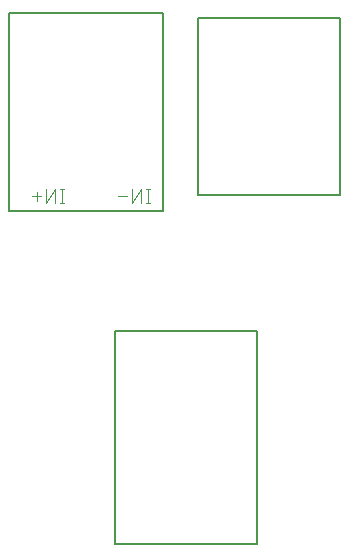
<source format=gbo>
G04 EAGLE Gerber X2 export*
%TF.Part,Single*%
%TF.FileFunction,Legend,Bot,1*%
%TF.FilePolarity,Positive*%
%TF.GenerationSoftware,Autodesk,EAGLE,9.0.1*%
%TF.CreationDate,2018-06-02T06:47:05Z*%
G75*
%MOMM*%
%FSLAX34Y34*%
%LPD*%
%AMOC8*
5,1,8,0,0,1.08239X$1,22.5*%
G01*
%ADD10C,0.152400*%
%ADD11C,0.127000*%
%ADD12C,0.101600*%


D10*
X440000Y630000D02*
X560000Y630000D01*
X560000Y450000D01*
X440000Y450000D01*
X440000Y630000D01*
D11*
X510000Y895000D02*
X630000Y895000D01*
X510000Y895000D02*
X510000Y890000D01*
X510000Y750000D01*
X510000Y745000D01*
X630000Y745000D01*
X630000Y750000D01*
X630000Y890000D01*
X630000Y895000D01*
X378500Y732000D02*
X350000Y732000D01*
X378500Y732000D02*
X451500Y732000D01*
X480000Y732000D01*
X480000Y899000D01*
X451500Y899000D01*
X378500Y899000D01*
X350000Y899000D01*
X350000Y732000D01*
D12*
X465778Y738308D02*
X469676Y738308D01*
X467727Y738308D02*
X467727Y750002D01*
X469676Y750002D02*
X465778Y750002D01*
X461880Y750002D02*
X461880Y738308D01*
X454084Y738308D02*
X461880Y750002D01*
X454084Y750002D02*
X454084Y738308D01*
X450186Y744155D02*
X442390Y744155D01*
X396676Y738308D02*
X392778Y738308D01*
X394727Y738308D02*
X394727Y750002D01*
X396676Y750002D02*
X392778Y750002D01*
X388880Y750002D02*
X388880Y738308D01*
X381084Y738308D02*
X388880Y750002D01*
X381084Y750002D02*
X381084Y738308D01*
X377186Y744155D02*
X369390Y744155D01*
X373288Y748053D02*
X373288Y740257D01*
M02*

</source>
